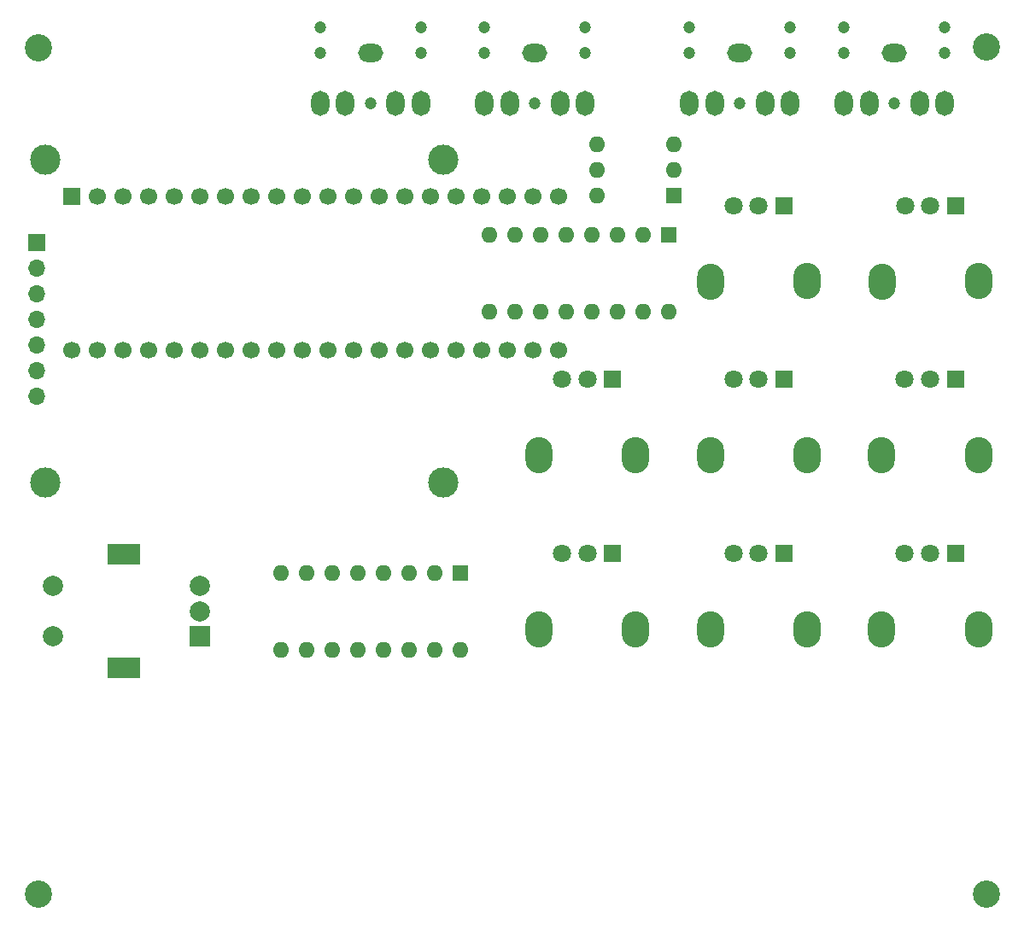
<source format=gbr>
%TF.GenerationSoftware,KiCad,Pcbnew,8.0.6*%
%TF.CreationDate,2025-01-06T04:04:12+01:00*%
%TF.ProjectId,pod-max,706f642d-6d61-4782-9e6b-696361645f70,1.1*%
%TF.SameCoordinates,Original*%
%TF.FileFunction,Soldermask,Bot*%
%TF.FilePolarity,Negative*%
%FSLAX46Y46*%
G04 Gerber Fmt 4.6, Leading zero omitted, Abs format (unit mm)*
G04 Created by KiCad (PCBNEW 8.0.6) date 2025-01-06 04:04:12*
%MOMM*%
%LPD*%
G01*
G04 APERTURE LIST*
%ADD10C,1.200000*%
%ADD11O,1.800000X2.500000*%
%ADD12O,2.500000X1.800000*%
%ADD13O,2.720000X3.580000*%
%ADD14O,2.696000X3.580000*%
%ADD15R,1.800000X1.800000*%
%ADD16C,1.800000*%
%ADD17C,3.000000*%
%ADD18R,1.700000X1.700000*%
%ADD19O,1.700000X1.700000*%
%ADD20C,2.700000*%
%ADD21R,1.600000X1.600000*%
%ADD22O,1.600000X1.600000*%
%ADD23R,2.000000X2.000000*%
%ADD24C,2.000000*%
%ADD25R,3.200000X2.000000*%
%ADD26C,1.700000*%
G04 APERTURE END LIST*
D10*
%TO.C,J2*%
X126188595Y-46682893D03*
X116188595Y-46682893D03*
X126188595Y-49182893D03*
X116188595Y-49182893D03*
X121188595Y-54182893D03*
D11*
X126188595Y-54182893D03*
X123688595Y-54182893D03*
D12*
X121188595Y-49182893D03*
D11*
X116188595Y-54182893D03*
X118688595Y-54182893D03*
%TD*%
D13*
%TO.C,RV6*%
X131170237Y-106300000D03*
D14*
X121582237Y-106312000D03*
D15*
X128870237Y-98800000D03*
D16*
X126370237Y-98800000D03*
X123870237Y-98800000D03*
%TD*%
D13*
%TO.C,RV2*%
X165170000Y-71825000D03*
D14*
X155582000Y-71837000D03*
D15*
X162870000Y-64325000D03*
D16*
X160370000Y-64325000D03*
X157870000Y-64325000D03*
%TD*%
D10*
%TO.C,J1*%
X109872893Y-46682893D03*
X99872893Y-46682893D03*
X109872893Y-49182893D03*
X99872893Y-49182893D03*
X104872893Y-54182893D03*
D11*
X109872893Y-54182893D03*
X107372893Y-54182893D03*
D12*
X104872893Y-49182893D03*
D11*
X99872893Y-54182893D03*
X102372893Y-54182893D03*
%TD*%
D17*
%TO.C,U1*%
X72630000Y-59805000D03*
X72630000Y-91805000D03*
X112130000Y-59805000D03*
X112130000Y-91805000D03*
D18*
X71830000Y-68020000D03*
D19*
X71830000Y-70560000D03*
X71830000Y-73100000D03*
X71830000Y-75640000D03*
X71830000Y-78180000D03*
X71830000Y-80720000D03*
X71830000Y-83260000D03*
%TD*%
D13*
%TO.C,RV1*%
X148166071Y-71825000D03*
D14*
X138578071Y-71837000D03*
D15*
X145866071Y-64325000D03*
D16*
X143366071Y-64325000D03*
X140866071Y-64325000D03*
%TD*%
D13*
%TO.C,RV3*%
X131170237Y-89062500D03*
D14*
X121582237Y-89074500D03*
D15*
X128870237Y-81562500D03*
D16*
X126370237Y-81562500D03*
X123870237Y-81562500D03*
%TD*%
D20*
%TO.C,H4*%
X165930000Y-132590000D03*
%TD*%
%TO.C,H1*%
X72000000Y-48710000D03*
%TD*%
D10*
%TO.C,J3*%
X146504297Y-46682893D03*
X136504297Y-46682893D03*
X146504297Y-49182893D03*
X136504297Y-49182893D03*
X141504297Y-54182893D03*
D11*
X146504297Y-54182893D03*
X144004297Y-54182893D03*
D12*
X141504297Y-49182893D03*
D11*
X136504297Y-54182893D03*
X139004297Y-54182893D03*
%TD*%
D13*
%TO.C,RV8*%
X165161905Y-106300000D03*
D14*
X155573905Y-106312000D03*
D15*
X162861905Y-98800000D03*
D16*
X160361905Y-98800000D03*
X157861905Y-98800000D03*
%TD*%
D20*
%TO.C,H3*%
X71930000Y-132590000D03*
%TD*%
D21*
%TO.C,U2*%
X134925000Y-63350000D03*
D22*
X134925000Y-60810000D03*
X134925000Y-58270000D03*
X127305000Y-58270000D03*
X127305000Y-60810000D03*
X127305000Y-63350000D03*
%TD*%
D21*
%TO.C,U3*%
X113765000Y-100725000D03*
D22*
X111225000Y-100725000D03*
X108685000Y-100725000D03*
X106145000Y-100725000D03*
X103605000Y-100725000D03*
X101065000Y-100725000D03*
X98525000Y-100725000D03*
X95985000Y-100725000D03*
X95985000Y-108345000D03*
X98525000Y-108345000D03*
X101065000Y-108345000D03*
X103605000Y-108345000D03*
X106145000Y-108345000D03*
X108685000Y-108345000D03*
X111225000Y-108345000D03*
X113765000Y-108345000D03*
%TD*%
D10*
%TO.C,J4*%
X161820000Y-46682893D03*
X151820000Y-46682893D03*
X161820000Y-49182893D03*
X151820000Y-49182893D03*
X156820000Y-54182893D03*
D11*
X161820000Y-54182893D03*
X159320000Y-54182893D03*
D12*
X156820000Y-49182893D03*
D11*
X151820000Y-54182893D03*
X154320000Y-54182893D03*
%TD*%
D21*
%TO.C,U4*%
X134440000Y-67225000D03*
D22*
X131900000Y-67225000D03*
X129360000Y-67225000D03*
X126820000Y-67225000D03*
X124280000Y-67225000D03*
X121740000Y-67225000D03*
X119200000Y-67225000D03*
X116660000Y-67225000D03*
X116660000Y-74845000D03*
X119200000Y-74845000D03*
X121740000Y-74845000D03*
X124280000Y-74845000D03*
X126820000Y-74845000D03*
X129360000Y-74845000D03*
X131900000Y-74845000D03*
X134440000Y-74845000D03*
%TD*%
D13*
%TO.C,RV4*%
X148166071Y-89062500D03*
D14*
X138578071Y-89074500D03*
D15*
X145866071Y-81562500D03*
D16*
X143366071Y-81562500D03*
X140866071Y-81562500D03*
%TD*%
D23*
%TO.C,SW9*%
X87950000Y-107025000D03*
D24*
X87950000Y-102025000D03*
X87950000Y-104525000D03*
D25*
X80450000Y-110125000D03*
X80450000Y-98925000D03*
D24*
X73450000Y-102025000D03*
X73450000Y-107025000D03*
%TD*%
D13*
%TO.C,RV7*%
X148166071Y-106300000D03*
D14*
X138578071Y-106312000D03*
D15*
X145866071Y-98800000D03*
D16*
X143366071Y-98800000D03*
X140866071Y-98800000D03*
%TD*%
D20*
%TO.C,H2*%
X165930000Y-48590000D03*
%TD*%
D13*
%TO.C,RV5*%
X165161905Y-89062500D03*
D14*
X155573905Y-89074500D03*
D15*
X162861905Y-81562500D03*
D16*
X160361905Y-81562500D03*
X157861905Y-81562500D03*
%TD*%
D18*
%TO.C,A1*%
X75250000Y-63425000D03*
D26*
X77790000Y-63425000D03*
X80330000Y-63425000D03*
X82870000Y-63425000D03*
X85410000Y-63425000D03*
X87950000Y-63425000D03*
X90490000Y-63425000D03*
X93030000Y-63425000D03*
X95570000Y-63425000D03*
X98110000Y-63425000D03*
X100650000Y-63425000D03*
X103190000Y-63425000D03*
X105730000Y-63425000D03*
X108270000Y-63425000D03*
X110810000Y-63425000D03*
X113350000Y-63425000D03*
X115890000Y-63425000D03*
X118430000Y-63425000D03*
X120970000Y-63425000D03*
X123510000Y-63425000D03*
X123510000Y-78665000D03*
X120970000Y-78665000D03*
X118430000Y-78665000D03*
X115890000Y-78665000D03*
X113350000Y-78665000D03*
X110810000Y-78665000D03*
X108270000Y-78665000D03*
X105730000Y-78665000D03*
X103190000Y-78665000D03*
X100650000Y-78665000D03*
X98110000Y-78665000D03*
X95570000Y-78665000D03*
X93030000Y-78665000D03*
X90490000Y-78665000D03*
X87950000Y-78665000D03*
X85410000Y-78665000D03*
X82870000Y-78665000D03*
X80330000Y-78665000D03*
X77790000Y-78665000D03*
X75250000Y-78665000D03*
%TD*%
M02*

</source>
